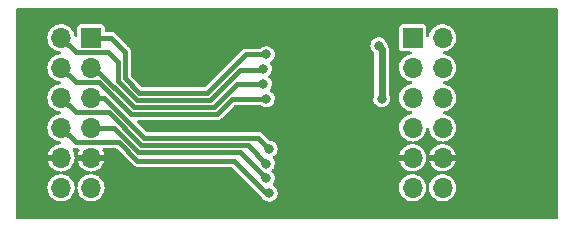
<source format=gbl>
%TF.GenerationSoftware,KiCad,Pcbnew,(6.0.5)*%
%TF.CreationDate,2024-06-23T18:03:47+02:00*%
%TF.ProjectId,pmod_level_shifter_8p,706d6f64-5f6c-4657-9665-6c5f73686966,rev?*%
%TF.SameCoordinates,Original*%
%TF.FileFunction,Copper,L2,Bot*%
%TF.FilePolarity,Positive*%
%FSLAX46Y46*%
G04 Gerber Fmt 4.6, Leading zero omitted, Abs format (unit mm)*
G04 Created by KiCad (PCBNEW (6.0.5)) date 2024-06-23 18:03:47*
%MOMM*%
%LPD*%
G01*
G04 APERTURE LIST*
%TA.AperFunction,ComponentPad*%
%ADD10R,1.700000X1.700000*%
%TD*%
%TA.AperFunction,ComponentPad*%
%ADD11O,1.700000X1.700000*%
%TD*%
%TA.AperFunction,ViaPad*%
%ADD12C,0.800000*%
%TD*%
%TA.AperFunction,Conductor*%
%ADD13C,0.600000*%
%TD*%
%TA.AperFunction,Conductor*%
%ADD14C,0.400000*%
%TD*%
G04 APERTURE END LIST*
D10*
%TO.P,PMOD1,1,IOA0*%
%TO.N,/LV1*%
X136650000Y-88830000D03*
D11*
%TO.P,PMOD1,2,IOA1*%
%TO.N,/LV3*%
X136650000Y-91370000D03*
%TO.P,PMOD1,3,IOA2*%
%TO.N,/LV5*%
X136650000Y-93910000D03*
%TO.P,PMOD1,4,IOA3*%
%TO.N,/LV7*%
X136650000Y-96450000D03*
%TO.P,PMOD1,5,GND*%
%TO.N,GND*%
X136650000Y-98990000D03*
%TO.P,PMOD1,6,VCC*%
%TO.N,+3V3*%
X136650000Y-101530000D03*
%TO.P,PMOD1,7,IOB0*%
%TO.N,/LV2*%
X134110000Y-88830000D03*
%TO.P,PMOD1,8,IOB1*%
%TO.N,/LV4*%
X134110000Y-91370000D03*
%TO.P,PMOD1,9,IOB2*%
%TO.N,/LV6*%
X134110000Y-93910000D03*
%TO.P,PMOD1,10,IOB3*%
%TO.N,/LV8*%
X134110000Y-96450000D03*
%TO.P,PMOD1,11,GND*%
%TO.N,GND*%
X134110000Y-98990000D03*
%TO.P,PMOD1,12,VCC*%
%TO.N,+3V3*%
X134110000Y-101530000D03*
%TD*%
D10*
%TO.P,J1,1,IOA0*%
%TO.N,/HV1*%
X163875000Y-88830000D03*
D11*
%TO.P,J1,2,IOA1*%
%TO.N,/HV3*%
X163875000Y-91370000D03*
%TO.P,J1,3,IOA2*%
%TO.N,/HV5*%
X163875000Y-93910000D03*
%TO.P,J1,4,IOA3*%
%TO.N,/HV7*%
X163875000Y-96450000D03*
%TO.P,J1,5,GND*%
%TO.N,GND*%
X163875000Y-98990000D03*
%TO.P,J1,6,VCC*%
%TO.N,+5V*%
X163875000Y-101530000D03*
%TO.P,J1,7,IOB0*%
%TO.N,/HV2*%
X166415000Y-88830000D03*
%TO.P,J1,8,IOB1*%
%TO.N,/HV4*%
X166415000Y-91370000D03*
%TO.P,J1,9,IOB2*%
%TO.N,/HV6*%
X166415000Y-93910000D03*
%TO.P,J1,10,IOB3*%
%TO.N,/HV8*%
X166415000Y-96450000D03*
%TO.P,J1,11,GND*%
%TO.N,GND*%
X166415000Y-98990000D03*
%TO.P,J1,12,VCC*%
%TO.N,+5V*%
X166415000Y-101530000D03*
%TD*%
D12*
%TO.N,GND*%
X155250000Y-102000000D03*
X172250000Y-87750000D03*
X156500000Y-97500000D03*
X149500000Y-102000000D03*
X156500000Y-89500000D03*
X147000000Y-102000000D03*
X152250000Y-95250000D03*
X172250000Y-102500000D03*
X139000000Y-87750000D03*
%TO.N,+5V*%
X161250000Y-94000000D03*
X161000000Y-89500000D03*
%TO.N,/LV1*%
X151500000Y-90250000D03*
%TO.N,/LV2*%
X151250000Y-91500000D03*
%TO.N,/LV3*%
X151250000Y-92750000D03*
%TO.N,/LV4*%
X151500000Y-94000000D03*
%TO.N,/LV5*%
X151750000Y-98250000D03*
%TO.N,/LV6*%
X151500000Y-99500000D03*
%TO.N,/LV7*%
X151500000Y-100750000D03*
%TO.N,/LV8*%
X151750000Y-102000000D03*
%TD*%
D13*
%TO.N,+5V*%
X161250000Y-94000000D02*
X161250000Y-89750000D01*
X161250000Y-89750000D02*
X161000000Y-89500000D01*
D14*
%TO.N,/LV1*%
X140750000Y-93500000D02*
X139500000Y-92250000D01*
X146500000Y-93500000D02*
X140750000Y-93500000D01*
X151500000Y-90250000D02*
X149750000Y-90250000D01*
X138330000Y-88830000D02*
X136650000Y-88830000D01*
X149750000Y-90250000D02*
X146500000Y-93500000D01*
X139500000Y-90000000D02*
X138330000Y-88830000D01*
X139500000Y-92250000D02*
X139500000Y-90000000D01*
%TO.N,/LV2*%
X138900480Y-90900480D02*
X138900480Y-92498330D01*
X135359511Y-90079511D02*
X138079511Y-90079511D01*
X149298925Y-91548925D02*
X151201075Y-91548925D01*
X140501670Y-94099520D02*
X146748329Y-94099520D01*
X146748329Y-94099520D02*
X149298925Y-91548925D01*
X151201075Y-91548925D02*
X151250000Y-91500000D01*
X138900480Y-92498330D02*
X140501670Y-94099520D01*
X138079511Y-90079511D02*
X138900480Y-90900480D01*
X134110000Y-88830000D02*
X135359511Y-90079511D01*
%TO.N,/LV3*%
X149000000Y-92750000D02*
X151250000Y-92750000D01*
X136924300Y-91370000D02*
X140253341Y-94699040D01*
X136650000Y-91370000D02*
X136924300Y-91370000D01*
X147050960Y-94699040D02*
X149000000Y-92750000D01*
X140253341Y-94699040D02*
X147050960Y-94699040D01*
%TO.N,/LV4*%
X135359511Y-92619511D02*
X137325961Y-92619511D01*
X140005012Y-95298560D02*
X147299289Y-95298560D01*
X148548925Y-94048925D02*
X151451075Y-94048925D01*
X134110000Y-91370000D02*
X135359511Y-92619511D01*
X137325961Y-92619511D02*
X140005012Y-95298560D01*
X147299289Y-95298560D02*
X148548925Y-94048925D01*
X151451075Y-94048925D02*
X151500000Y-94000000D01*
%TO.N,/LV5*%
X136650000Y-93910000D02*
X137768602Y-93910000D01*
X150800960Y-97300960D02*
X151750000Y-98250000D01*
X141159562Y-97300960D02*
X150800960Y-97300960D01*
X137768602Y-93910000D02*
X141159562Y-97300960D01*
%TO.N,/LV6*%
X134110000Y-93910000D02*
X135359511Y-95159511D01*
X135359511Y-95159511D02*
X138170263Y-95159511D01*
X149900480Y-97900480D02*
X151500000Y-99500000D01*
X138170263Y-95159511D02*
X140911232Y-97900480D01*
X140911232Y-97900480D02*
X149900480Y-97900480D01*
%TO.N,/LV7*%
X149250000Y-98500000D02*
X151500000Y-100750000D01*
X138612902Y-96450000D02*
X140662902Y-98500000D01*
X140662902Y-98500000D02*
X149250000Y-98500000D01*
X136650000Y-96450000D02*
X138612902Y-96450000D01*
%TO.N,/LV8*%
X134110000Y-96450000D02*
X135359511Y-97699511D01*
X151500000Y-102000000D02*
X151750000Y-102000000D01*
X139014563Y-97699511D02*
X140565052Y-99250000D01*
X135359511Y-97699511D02*
X139014563Y-97699511D01*
X140565052Y-99250000D02*
X148750000Y-99250000D01*
X148750000Y-99250000D02*
X151500000Y-102000000D01*
%TD*%
%TA.AperFunction,Conductor*%
%TO.N,GND*%
G36*
X176141621Y-86320502D02*
G01*
X176188114Y-86374158D01*
X176199500Y-86426500D01*
X176199500Y-104073500D01*
X176179498Y-104141621D01*
X176125842Y-104188114D01*
X176073500Y-104199500D01*
X130426500Y-104199500D01*
X130358379Y-104179498D01*
X130311886Y-104125842D01*
X130300500Y-104073500D01*
X130300500Y-101499754D01*
X132954967Y-101499754D01*
X132968796Y-101710749D01*
X132970217Y-101716345D01*
X132970218Y-101716350D01*
X132992784Y-101805200D01*
X133020845Y-101915690D01*
X133023262Y-101920933D01*
X133059692Y-101999955D01*
X133109369Y-102107714D01*
X133231405Y-102280391D01*
X133382865Y-102427937D01*
X133387661Y-102431142D01*
X133387664Y-102431144D01*
X133530936Y-102526875D01*
X133558677Y-102545411D01*
X133563985Y-102547692D01*
X133563986Y-102547692D01*
X133747650Y-102626600D01*
X133747653Y-102626601D01*
X133752953Y-102628878D01*
X133758582Y-102630152D01*
X133758583Y-102630152D01*
X133953550Y-102674269D01*
X133953553Y-102674269D01*
X133959186Y-102675544D01*
X133964957Y-102675771D01*
X133964959Y-102675771D01*
X134026989Y-102678208D01*
X134170470Y-102683846D01*
X134176179Y-102683018D01*
X134176183Y-102683018D01*
X134374015Y-102654333D01*
X134374019Y-102654332D01*
X134379730Y-102653504D01*
X134458987Y-102626600D01*
X134574483Y-102587395D01*
X134574488Y-102587393D01*
X134579955Y-102585537D01*
X134584998Y-102582713D01*
X134759395Y-102485046D01*
X134759399Y-102485043D01*
X134764442Y-102482219D01*
X134927012Y-102347012D01*
X135062219Y-102184442D01*
X135065043Y-102179399D01*
X135065046Y-102179395D01*
X135162713Y-102004998D01*
X135162714Y-102004996D01*
X135165537Y-101999955D01*
X135167393Y-101994488D01*
X135167395Y-101994483D01*
X135222658Y-101831680D01*
X135233504Y-101799730D01*
X135247242Y-101704982D01*
X135255090Y-101650860D01*
X135284660Y-101586315D01*
X135344432Y-101548003D01*
X135415429Y-101548087D01*
X135475109Y-101586542D01*
X135504525Y-101651158D01*
X135505515Y-101660695D01*
X135508796Y-101710749D01*
X135510217Y-101716345D01*
X135510218Y-101716350D01*
X135532784Y-101805200D01*
X135560845Y-101915690D01*
X135563262Y-101920933D01*
X135599692Y-101999955D01*
X135649369Y-102107714D01*
X135771405Y-102280391D01*
X135922865Y-102427937D01*
X135927661Y-102431142D01*
X135927664Y-102431144D01*
X136070936Y-102526875D01*
X136098677Y-102545411D01*
X136103985Y-102547692D01*
X136103986Y-102547692D01*
X136287650Y-102626600D01*
X136287653Y-102626601D01*
X136292953Y-102628878D01*
X136298582Y-102630152D01*
X136298583Y-102630152D01*
X136493550Y-102674269D01*
X136493553Y-102674269D01*
X136499186Y-102675544D01*
X136504957Y-102675771D01*
X136504959Y-102675771D01*
X136566989Y-102678208D01*
X136710470Y-102683846D01*
X136716179Y-102683018D01*
X136716183Y-102683018D01*
X136914015Y-102654333D01*
X136914019Y-102654332D01*
X136919730Y-102653504D01*
X136998987Y-102626600D01*
X137114483Y-102587395D01*
X137114488Y-102587393D01*
X137119955Y-102585537D01*
X137124998Y-102582713D01*
X137299395Y-102485046D01*
X137299399Y-102485043D01*
X137304442Y-102482219D01*
X137467012Y-102347012D01*
X137602219Y-102184442D01*
X137605043Y-102179399D01*
X137605046Y-102179395D01*
X137702713Y-102004998D01*
X137702714Y-102004996D01*
X137705537Y-101999955D01*
X137707393Y-101994488D01*
X137707395Y-101994483D01*
X137762658Y-101831680D01*
X137773504Y-101799730D01*
X137787243Y-101704981D01*
X137803314Y-101594140D01*
X137803314Y-101594138D01*
X137803846Y-101590470D01*
X137805429Y-101530000D01*
X137786081Y-101319440D01*
X137728686Y-101115931D01*
X137717553Y-101093354D01*
X137637719Y-100931469D01*
X137635165Y-100926290D01*
X137517608Y-100768862D01*
X137512104Y-100761491D01*
X137512103Y-100761490D01*
X137508651Y-100756867D01*
X137353381Y-100613337D01*
X137303208Y-100581680D01*
X137179434Y-100503584D01*
X137179433Y-100503584D01*
X137174554Y-100500505D01*
X136978160Y-100422152D01*
X136972500Y-100421026D01*
X136972496Y-100421025D01*
X136773764Y-100381495D01*
X136710854Y-100348587D01*
X136675722Y-100286892D01*
X136679522Y-100215998D01*
X136721048Y-100158412D01*
X136780265Y-100133220D01*
X136913898Y-100113844D01*
X136925081Y-100111160D01*
X137114283Y-100046934D01*
X137124786Y-100042258D01*
X137299124Y-99944625D01*
X137308596Y-99938115D01*
X137462219Y-99810348D01*
X137470348Y-99802219D01*
X137598115Y-99648596D01*
X137604625Y-99639124D01*
X137702258Y-99464786D01*
X137706934Y-99454283D01*
X137771160Y-99265078D01*
X137772396Y-99259933D01*
X137770694Y-99247993D01*
X137757126Y-99244000D01*
X135546030Y-99244000D01*
X135532499Y-99247973D01*
X135531207Y-99256962D01*
X135559897Y-99369928D01*
X135563735Y-99380766D01*
X135647386Y-99562218D01*
X135653137Y-99572179D01*
X135768455Y-99735350D01*
X135775921Y-99744092D01*
X135919047Y-99883520D01*
X135927981Y-99890754D01*
X136094112Y-100001760D01*
X136104225Y-100007251D01*
X136287805Y-100086123D01*
X136298738Y-100089675D01*
X136493615Y-100133771D01*
X136510753Y-100136027D01*
X136510480Y-100138100D01*
X136568986Y-100157816D01*
X136613326Y-100213264D01*
X136620650Y-100283882D01*
X136588633Y-100347249D01*
X136527439Y-100383247D01*
X136518081Y-100385224D01*
X136350953Y-100413941D01*
X136152575Y-100487127D01*
X136147614Y-100490079D01*
X136147613Y-100490079D01*
X136130089Y-100500505D01*
X135970856Y-100595238D01*
X135811881Y-100734655D01*
X135680976Y-100900708D01*
X135678287Y-100905819D01*
X135678285Y-100905822D01*
X135664792Y-100931469D01*
X135582523Y-101087836D01*
X135519820Y-101289773D01*
X135519141Y-101295510D01*
X135505088Y-101414239D01*
X135477217Y-101479537D01*
X135418469Y-101519401D01*
X135347494Y-101521174D01*
X135286828Y-101484295D01*
X135255730Y-101420471D01*
X135254490Y-101410958D01*
X135246610Y-101325197D01*
X135246081Y-101319440D01*
X135188686Y-101115931D01*
X135177553Y-101093354D01*
X135097719Y-100931469D01*
X135095165Y-100926290D01*
X134977608Y-100768862D01*
X134972104Y-100761491D01*
X134972103Y-100761490D01*
X134968651Y-100756867D01*
X134813381Y-100613337D01*
X134763208Y-100581680D01*
X134639434Y-100503584D01*
X134639433Y-100503584D01*
X134634554Y-100500505D01*
X134438160Y-100422152D01*
X134432500Y-100421026D01*
X134432496Y-100421025D01*
X134233764Y-100381495D01*
X134170854Y-100348587D01*
X134135722Y-100286892D01*
X134139522Y-100215998D01*
X134181048Y-100158412D01*
X134240265Y-100133220D01*
X134373898Y-100113844D01*
X134385081Y-100111160D01*
X134574283Y-100046934D01*
X134584786Y-100042258D01*
X134759124Y-99944625D01*
X134768596Y-99938115D01*
X134922219Y-99810348D01*
X134930348Y-99802219D01*
X135058115Y-99648596D01*
X135064625Y-99639124D01*
X135162258Y-99464786D01*
X135166934Y-99454283D01*
X135231160Y-99265081D01*
X135233845Y-99253898D01*
X135262811Y-99054118D01*
X135263441Y-99046736D01*
X135264830Y-98993704D01*
X135264587Y-98986305D01*
X135246117Y-98785285D01*
X135244020Y-98773971D01*
X135189785Y-98581670D01*
X135185663Y-98570931D01*
X135097292Y-98391733D01*
X135088262Y-98376997D01*
X135089584Y-98376187D01*
X135067413Y-98316538D01*
X135082583Y-98247181D01*
X135132841Y-98197035D01*
X135202233Y-98182022D01*
X135212479Y-98183190D01*
X135219065Y-98184215D01*
X135238835Y-98189401D01*
X135242527Y-98190213D01*
X135250930Y-98193363D01*
X135259875Y-98194028D01*
X135259885Y-98194030D01*
X135297339Y-98196813D01*
X135307366Y-98197963D01*
X135320520Y-98200011D01*
X135335714Y-98200011D01*
X135345052Y-98200357D01*
X135393902Y-98203987D01*
X135402678Y-98202114D01*
X135411635Y-98201503D01*
X135411635Y-98201509D01*
X135425828Y-98200011D01*
X135557422Y-98200011D01*
X135625543Y-98220013D01*
X135672036Y-98273669D01*
X135682140Y-98343943D01*
X135668930Y-98384678D01*
X135585679Y-98542912D01*
X135581273Y-98553549D01*
X135529993Y-98718698D01*
X135529774Y-98732799D01*
X135536506Y-98736000D01*
X137755196Y-98736000D01*
X137768727Y-98732027D01*
X137769896Y-98723893D01*
X137729785Y-98581670D01*
X137725663Y-98570931D01*
X137634737Y-98386552D01*
X137635787Y-98386034D01*
X137618823Y-98323304D01*
X137640284Y-98255629D01*
X137694926Y-98210299D01*
X137744794Y-98200011D01*
X138755059Y-98200011D01*
X138823180Y-98220013D01*
X138844154Y-98236916D01*
X140161518Y-99554280D01*
X140168984Y-99563624D01*
X140169374Y-99563292D01*
X140175192Y-99570128D01*
X140179982Y-99577720D01*
X140186710Y-99583662D01*
X140186711Y-99583663D01*
X140219652Y-99612755D01*
X140225340Y-99618102D01*
X140236559Y-99629321D01*
X140240147Y-99632010D01*
X140240148Y-99632011D01*
X140244736Y-99635450D01*
X140252575Y-99641832D01*
X140287440Y-99672623D01*
X140295558Y-99676434D01*
X140298711Y-99678506D01*
X140311732Y-99686329D01*
X140315041Y-99688141D01*
X140322228Y-99693527D01*
X140330633Y-99696678D01*
X140330635Y-99696679D01*
X140365789Y-99709857D01*
X140375109Y-99713784D01*
X140417215Y-99733553D01*
X140426087Y-99734934D01*
X140429710Y-99736042D01*
X140444369Y-99739888D01*
X140448066Y-99740701D01*
X140456472Y-99743852D01*
X140502895Y-99747302D01*
X140512908Y-99748452D01*
X140526061Y-99750500D01*
X140541256Y-99750500D01*
X140550594Y-99750846D01*
X140599444Y-99754476D01*
X140608220Y-99752603D01*
X140617177Y-99751992D01*
X140617177Y-99751998D01*
X140631370Y-99750500D01*
X148490496Y-99750500D01*
X148558617Y-99770502D01*
X148579591Y-99787405D01*
X151096466Y-102304280D01*
X151103932Y-102313624D01*
X151104322Y-102313292D01*
X151110140Y-102320128D01*
X151114930Y-102327720D01*
X151121659Y-102333663D01*
X151121660Y-102333664D01*
X151130547Y-102341513D01*
X151151720Y-102365677D01*
X151215830Y-102461083D01*
X151221442Y-102466190D01*
X151221445Y-102466193D01*
X151335612Y-102570077D01*
X151335616Y-102570080D01*
X151341233Y-102575191D01*
X151347906Y-102578814D01*
X151347910Y-102578817D01*
X151483558Y-102652467D01*
X151483560Y-102652468D01*
X151490235Y-102656092D01*
X151497584Y-102658020D01*
X151646883Y-102697188D01*
X151646885Y-102697188D01*
X151654233Y-102699116D01*
X151740609Y-102700473D01*
X151816161Y-102701660D01*
X151816164Y-102701660D01*
X151823760Y-102701779D01*
X151831165Y-102700083D01*
X151831166Y-102700083D01*
X151905676Y-102683018D01*
X151989029Y-102663928D01*
X152140498Y-102587747D01*
X152269423Y-102477634D01*
X152368361Y-102339947D01*
X152373276Y-102327720D01*
X152428766Y-102189687D01*
X152428767Y-102189685D01*
X152431601Y-102182634D01*
X152441592Y-102112430D01*
X152454909Y-102018862D01*
X152454909Y-102018859D01*
X152455490Y-102014778D01*
X152455645Y-102000000D01*
X152435276Y-101831680D01*
X152375345Y-101673077D01*
X152321093Y-101594140D01*
X152283614Y-101539608D01*
X152283613Y-101539607D01*
X152279312Y-101533349D01*
X152271406Y-101526305D01*
X152241606Y-101499754D01*
X162719967Y-101499754D01*
X162733796Y-101710749D01*
X162735217Y-101716345D01*
X162735218Y-101716350D01*
X162757784Y-101805200D01*
X162785845Y-101915690D01*
X162788262Y-101920933D01*
X162824692Y-101999955D01*
X162874369Y-102107714D01*
X162996405Y-102280391D01*
X163147865Y-102427937D01*
X163152661Y-102431142D01*
X163152664Y-102431144D01*
X163295936Y-102526875D01*
X163323677Y-102545411D01*
X163328985Y-102547692D01*
X163328986Y-102547692D01*
X163512650Y-102626600D01*
X163512653Y-102626601D01*
X163517953Y-102628878D01*
X163523582Y-102630152D01*
X163523583Y-102630152D01*
X163718550Y-102674269D01*
X163718553Y-102674269D01*
X163724186Y-102675544D01*
X163729957Y-102675771D01*
X163729959Y-102675771D01*
X163791989Y-102678208D01*
X163935470Y-102683846D01*
X163941179Y-102683018D01*
X163941183Y-102683018D01*
X164139015Y-102654333D01*
X164139019Y-102654332D01*
X164144730Y-102653504D01*
X164223987Y-102626600D01*
X164339483Y-102587395D01*
X164339488Y-102587393D01*
X164344955Y-102585537D01*
X164349998Y-102582713D01*
X164524395Y-102485046D01*
X164524399Y-102485043D01*
X164529442Y-102482219D01*
X164692012Y-102347012D01*
X164827219Y-102184442D01*
X164830043Y-102179399D01*
X164830046Y-102179395D01*
X164927713Y-102004998D01*
X164927714Y-102004996D01*
X164930537Y-101999955D01*
X164932393Y-101994488D01*
X164932395Y-101994483D01*
X164987658Y-101831680D01*
X164998504Y-101799730D01*
X165012242Y-101704982D01*
X165020090Y-101650860D01*
X165049660Y-101586315D01*
X165109432Y-101548003D01*
X165180429Y-101548087D01*
X165240109Y-101586542D01*
X165269525Y-101651158D01*
X165270515Y-101660695D01*
X165273796Y-101710749D01*
X165275217Y-101716345D01*
X165275218Y-101716350D01*
X165297784Y-101805200D01*
X165325845Y-101915690D01*
X165328262Y-101920933D01*
X165364692Y-101999955D01*
X165414369Y-102107714D01*
X165536405Y-102280391D01*
X165687865Y-102427937D01*
X165692661Y-102431142D01*
X165692664Y-102431144D01*
X165835936Y-102526875D01*
X165863677Y-102545411D01*
X165868985Y-102547692D01*
X165868986Y-102547692D01*
X166052650Y-102626600D01*
X166052653Y-102626601D01*
X166057953Y-102628878D01*
X166063582Y-102630152D01*
X166063583Y-102630152D01*
X166258550Y-102674269D01*
X166258553Y-102674269D01*
X166264186Y-102675544D01*
X166269957Y-102675771D01*
X166269959Y-102675771D01*
X166331989Y-102678208D01*
X166475470Y-102683846D01*
X166481179Y-102683018D01*
X166481183Y-102683018D01*
X166679015Y-102654333D01*
X166679019Y-102654332D01*
X166684730Y-102653504D01*
X166763987Y-102626600D01*
X166879483Y-102587395D01*
X166879488Y-102587393D01*
X166884955Y-102585537D01*
X166889998Y-102582713D01*
X167064395Y-102485046D01*
X167064399Y-102485043D01*
X167069442Y-102482219D01*
X167232012Y-102347012D01*
X167367219Y-102184442D01*
X167370043Y-102179399D01*
X167370046Y-102179395D01*
X167467713Y-102004998D01*
X167467714Y-102004996D01*
X167470537Y-101999955D01*
X167472393Y-101994488D01*
X167472395Y-101994483D01*
X167527658Y-101831680D01*
X167538504Y-101799730D01*
X167552243Y-101704981D01*
X167568314Y-101594140D01*
X167568314Y-101594138D01*
X167568846Y-101590470D01*
X167570429Y-101530000D01*
X167551081Y-101319440D01*
X167493686Y-101115931D01*
X167482553Y-101093354D01*
X167402719Y-100931469D01*
X167400165Y-100926290D01*
X167282608Y-100768862D01*
X167277104Y-100761491D01*
X167277103Y-100761490D01*
X167273651Y-100756867D01*
X167118381Y-100613337D01*
X167068208Y-100581680D01*
X166944434Y-100503584D01*
X166944433Y-100503584D01*
X166939554Y-100500505D01*
X166743160Y-100422152D01*
X166737500Y-100421026D01*
X166737496Y-100421025D01*
X166538764Y-100381495D01*
X166475854Y-100348587D01*
X166440722Y-100286892D01*
X166444522Y-100215998D01*
X166486048Y-100158412D01*
X166545265Y-100133220D01*
X166678898Y-100113844D01*
X166690081Y-100111160D01*
X166879283Y-100046934D01*
X166889786Y-100042258D01*
X167064124Y-99944625D01*
X167073596Y-99938115D01*
X167227219Y-99810348D01*
X167235348Y-99802219D01*
X167363115Y-99648596D01*
X167369625Y-99639124D01*
X167467258Y-99464786D01*
X167471934Y-99454283D01*
X167536160Y-99265078D01*
X167537396Y-99259933D01*
X167535694Y-99247993D01*
X167522126Y-99244000D01*
X165311030Y-99244000D01*
X165297499Y-99247973D01*
X165296207Y-99256962D01*
X165324897Y-99369928D01*
X165328735Y-99380766D01*
X165412386Y-99562218D01*
X165418137Y-99572179D01*
X165533455Y-99735350D01*
X165540921Y-99744092D01*
X165684047Y-99883520D01*
X165692981Y-99890754D01*
X165859112Y-100001760D01*
X165869225Y-100007251D01*
X166052805Y-100086123D01*
X166063738Y-100089675D01*
X166258615Y-100133771D01*
X166275753Y-100136027D01*
X166275480Y-100138100D01*
X166333986Y-100157816D01*
X166378326Y-100213264D01*
X166385650Y-100283882D01*
X166353633Y-100347249D01*
X166292439Y-100383247D01*
X166283081Y-100385224D01*
X166115953Y-100413941D01*
X165917575Y-100487127D01*
X165912614Y-100490079D01*
X165912613Y-100490079D01*
X165895089Y-100500505D01*
X165735856Y-100595238D01*
X165576881Y-100734655D01*
X165445976Y-100900708D01*
X165443287Y-100905819D01*
X165443285Y-100905822D01*
X165429792Y-100931469D01*
X165347523Y-101087836D01*
X165284820Y-101289773D01*
X165284141Y-101295510D01*
X165270088Y-101414239D01*
X165242217Y-101479537D01*
X165183469Y-101519401D01*
X165112494Y-101521174D01*
X165051828Y-101484295D01*
X165020730Y-101420471D01*
X165019490Y-101410958D01*
X165011610Y-101325197D01*
X165011081Y-101319440D01*
X164953686Y-101115931D01*
X164942553Y-101093354D01*
X164862719Y-100931469D01*
X164860165Y-100926290D01*
X164742608Y-100768862D01*
X164737104Y-100761491D01*
X164737103Y-100761490D01*
X164733651Y-100756867D01*
X164578381Y-100613337D01*
X164528208Y-100581680D01*
X164404434Y-100503584D01*
X164404433Y-100503584D01*
X164399554Y-100500505D01*
X164203160Y-100422152D01*
X164197500Y-100421026D01*
X164197496Y-100421025D01*
X163998764Y-100381495D01*
X163935854Y-100348587D01*
X163900722Y-100286892D01*
X163904522Y-100215998D01*
X163946048Y-100158412D01*
X164005265Y-100133220D01*
X164138898Y-100113844D01*
X164150081Y-100111160D01*
X164339283Y-100046934D01*
X164349786Y-100042258D01*
X164524124Y-99944625D01*
X164533596Y-99938115D01*
X164687219Y-99810348D01*
X164695348Y-99802219D01*
X164823115Y-99648596D01*
X164829625Y-99639124D01*
X164927258Y-99464786D01*
X164931934Y-99454283D01*
X164996160Y-99265081D01*
X164998845Y-99253898D01*
X165027811Y-99054118D01*
X165028441Y-99046736D01*
X165029830Y-98993704D01*
X165029587Y-98986305D01*
X165011117Y-98785285D01*
X165009020Y-98773971D01*
X164954785Y-98581670D01*
X164950663Y-98570931D01*
X164862292Y-98391733D01*
X164856282Y-98381925D01*
X164736731Y-98221827D01*
X164729041Y-98213287D01*
X164582315Y-98077654D01*
X164573190Y-98070653D01*
X164404209Y-97964034D01*
X164393965Y-97958814D01*
X164208385Y-97884775D01*
X164197347Y-97881505D01*
X163998753Y-97842003D01*
X163935843Y-97809096D01*
X163900711Y-97747401D01*
X163904511Y-97676506D01*
X163946036Y-97618920D01*
X164005253Y-97593728D01*
X164139015Y-97574333D01*
X164139019Y-97574332D01*
X164144730Y-97573504D01*
X164213523Y-97550152D01*
X164339483Y-97507395D01*
X164339488Y-97507393D01*
X164344955Y-97505537D01*
X164349998Y-97502713D01*
X164524395Y-97405046D01*
X164524399Y-97405043D01*
X164529442Y-97402219D01*
X164692012Y-97267012D01*
X164827219Y-97104442D01*
X164830043Y-97099399D01*
X164830046Y-97099395D01*
X164927713Y-96924998D01*
X164927714Y-96924996D01*
X164930537Y-96919955D01*
X164932393Y-96914488D01*
X164932395Y-96914483D01*
X164983627Y-96763555D01*
X164998504Y-96719730D01*
X165012242Y-96624982D01*
X165020090Y-96570860D01*
X165049660Y-96506315D01*
X165109432Y-96468003D01*
X165180429Y-96468087D01*
X165240109Y-96506542D01*
X165269525Y-96571158D01*
X165270515Y-96580695D01*
X165273796Y-96630749D01*
X165275217Y-96636345D01*
X165275218Y-96636350D01*
X165320405Y-96814269D01*
X165325845Y-96835690D01*
X165414369Y-97027714D01*
X165536405Y-97200391D01*
X165687865Y-97347937D01*
X165692661Y-97351142D01*
X165692664Y-97351144D01*
X165835936Y-97446875D01*
X165863677Y-97465411D01*
X165868985Y-97467692D01*
X165868986Y-97467692D01*
X166052650Y-97546600D01*
X166052653Y-97546601D01*
X166057953Y-97548878D01*
X166063582Y-97550152D01*
X166063583Y-97550152D01*
X166258550Y-97594269D01*
X166258553Y-97594269D01*
X166264186Y-97595544D01*
X166269958Y-97595771D01*
X166275687Y-97596525D01*
X166275417Y-97598578D01*
X166333983Y-97618295D01*
X166378341Y-97673729D01*
X166385687Y-97744344D01*
X166353690Y-97807722D01*
X166292507Y-97843739D01*
X166283105Y-97845726D01*
X166121780Y-97873447D01*
X166110660Y-97876427D01*
X165923207Y-97945582D01*
X165912829Y-97950532D01*
X165741119Y-98052688D01*
X165731807Y-98059453D01*
X165581587Y-98191194D01*
X165573670Y-98199537D01*
X165449975Y-98356443D01*
X165443704Y-98366100D01*
X165350679Y-98542912D01*
X165346273Y-98553549D01*
X165294993Y-98718698D01*
X165294774Y-98732799D01*
X165301506Y-98736000D01*
X167520196Y-98736000D01*
X167533727Y-98732027D01*
X167534896Y-98723893D01*
X167494785Y-98581670D01*
X167490663Y-98570931D01*
X167402292Y-98391733D01*
X167396282Y-98381925D01*
X167276731Y-98221827D01*
X167269041Y-98213287D01*
X167122315Y-98077654D01*
X167113190Y-98070653D01*
X166944209Y-97964034D01*
X166933965Y-97958814D01*
X166748385Y-97884775D01*
X166737347Y-97881505D01*
X166538753Y-97842003D01*
X166475843Y-97809096D01*
X166440711Y-97747401D01*
X166444511Y-97676506D01*
X166486036Y-97618920D01*
X166545253Y-97593728D01*
X166679015Y-97574333D01*
X166679019Y-97574332D01*
X166684730Y-97573504D01*
X166753523Y-97550152D01*
X166879483Y-97507395D01*
X166879488Y-97507393D01*
X166884955Y-97505537D01*
X166889998Y-97502713D01*
X167064395Y-97405046D01*
X167064399Y-97405043D01*
X167069442Y-97402219D01*
X167232012Y-97267012D01*
X167367219Y-97104442D01*
X167370043Y-97099399D01*
X167370046Y-97099395D01*
X167467713Y-96924998D01*
X167467714Y-96924996D01*
X167470537Y-96919955D01*
X167472393Y-96914488D01*
X167472395Y-96914483D01*
X167523627Y-96763555D01*
X167538504Y-96719730D01*
X167552243Y-96624981D01*
X167568314Y-96514140D01*
X167568314Y-96514138D01*
X167568846Y-96510470D01*
X167570429Y-96450000D01*
X167551081Y-96239440D01*
X167493686Y-96035931D01*
X167482948Y-96014155D01*
X167402719Y-95851469D01*
X167400165Y-95846290D01*
X167316067Y-95733669D01*
X167277104Y-95681491D01*
X167277103Y-95681490D01*
X167273651Y-95676867D01*
X167134234Y-95547991D01*
X167122622Y-95537257D01*
X167122620Y-95537255D01*
X167118381Y-95533337D01*
X167113498Y-95530256D01*
X166944434Y-95423584D01*
X166944433Y-95423584D01*
X166939554Y-95420505D01*
X166743160Y-95342152D01*
X166737503Y-95341027D01*
X166737497Y-95341025D01*
X166540234Y-95301788D01*
X166477324Y-95268881D01*
X166442192Y-95207186D01*
X166445992Y-95136291D01*
X166487517Y-95078705D01*
X166546734Y-95053513D01*
X166679015Y-95034333D01*
X166679019Y-95034332D01*
X166684730Y-95033504D01*
X166763987Y-95006600D01*
X166879483Y-94967395D01*
X166879488Y-94967393D01*
X166884955Y-94965537D01*
X166889998Y-94962713D01*
X167064395Y-94865046D01*
X167064399Y-94865043D01*
X167069442Y-94862219D01*
X167232012Y-94727012D01*
X167367219Y-94564442D01*
X167370043Y-94559399D01*
X167370046Y-94559395D01*
X167467713Y-94384998D01*
X167467714Y-94384996D01*
X167470537Y-94379955D01*
X167472393Y-94374488D01*
X167472395Y-94374483D01*
X167519173Y-94236676D01*
X167538504Y-94179730D01*
X167540167Y-94168266D01*
X167568314Y-93974140D01*
X167568314Y-93974138D01*
X167568846Y-93970470D01*
X167570429Y-93910000D01*
X167551081Y-93699440D01*
X167493686Y-93495931D01*
X167482553Y-93473354D01*
X167402719Y-93311469D01*
X167400165Y-93306290D01*
X167273651Y-93136867D01*
X167125048Y-92999500D01*
X167122622Y-92997257D01*
X167122620Y-92997255D01*
X167118381Y-92993337D01*
X167113498Y-92990256D01*
X166944434Y-92883584D01*
X166944433Y-92883584D01*
X166939554Y-92880505D01*
X166743160Y-92802152D01*
X166737503Y-92801027D01*
X166737497Y-92801025D01*
X166540234Y-92761788D01*
X166477324Y-92728881D01*
X166442192Y-92667186D01*
X166445992Y-92596291D01*
X166487517Y-92538705D01*
X166546734Y-92513513D01*
X166679015Y-92494333D01*
X166679019Y-92494332D01*
X166684730Y-92493504D01*
X166763987Y-92466600D01*
X166879483Y-92427395D01*
X166879488Y-92427393D01*
X166884955Y-92425537D01*
X166900522Y-92416819D01*
X167064395Y-92325046D01*
X167064399Y-92325043D01*
X167069442Y-92322219D01*
X167232012Y-92187012D01*
X167367219Y-92024442D01*
X167370043Y-92019399D01*
X167370046Y-92019395D01*
X167467713Y-91844998D01*
X167467714Y-91844996D01*
X167470537Y-91839955D01*
X167472393Y-91834488D01*
X167472395Y-91834483D01*
X167526495Y-91675108D01*
X167538504Y-91639730D01*
X167552243Y-91544981D01*
X167568314Y-91434140D01*
X167568314Y-91434138D01*
X167568846Y-91430470D01*
X167570429Y-91370000D01*
X167551081Y-91159440D01*
X167493686Y-90955931D01*
X167482553Y-90933354D01*
X167402719Y-90771469D01*
X167400165Y-90766290D01*
X167273651Y-90596867D01*
X167134234Y-90467991D01*
X167122622Y-90457257D01*
X167122620Y-90457255D01*
X167118381Y-90453337D01*
X167113498Y-90450256D01*
X166944434Y-90343584D01*
X166944433Y-90343584D01*
X166939554Y-90340505D01*
X166743160Y-90262152D01*
X166737503Y-90261027D01*
X166737497Y-90261025D01*
X166540234Y-90221788D01*
X166477324Y-90188881D01*
X166442192Y-90127186D01*
X166445992Y-90056291D01*
X166487517Y-89998705D01*
X166546734Y-89973513D01*
X166679015Y-89954333D01*
X166679019Y-89954332D01*
X166684730Y-89953504D01*
X166771579Y-89924023D01*
X166879483Y-89887395D01*
X166879488Y-89887393D01*
X166884955Y-89885537D01*
X166889998Y-89882713D01*
X167064395Y-89785046D01*
X167064399Y-89785043D01*
X167069442Y-89782219D01*
X167232012Y-89647012D01*
X167367219Y-89484442D01*
X167370043Y-89479399D01*
X167370046Y-89479395D01*
X167467713Y-89304998D01*
X167467714Y-89304996D01*
X167470537Y-89299955D01*
X167472393Y-89294488D01*
X167472395Y-89294483D01*
X167519173Y-89156676D01*
X167538504Y-89099730D01*
X167547222Y-89039608D01*
X167568314Y-88894140D01*
X167568314Y-88894138D01*
X167568846Y-88890470D01*
X167570429Y-88830000D01*
X167551081Y-88619440D01*
X167493686Y-88415931D01*
X167486566Y-88401492D01*
X167402719Y-88231469D01*
X167400165Y-88226290D01*
X167273651Y-88056867D01*
X167146236Y-87939086D01*
X167122622Y-87917257D01*
X167122620Y-87917255D01*
X167118381Y-87913337D01*
X167085014Y-87892284D01*
X166944434Y-87803584D01*
X166944433Y-87803584D01*
X166939554Y-87800505D01*
X166743160Y-87722152D01*
X166737503Y-87721027D01*
X166737497Y-87721025D01*
X166541442Y-87682028D01*
X166541440Y-87682028D01*
X166535775Y-87680901D01*
X166530000Y-87680825D01*
X166529996Y-87680825D01*
X166423976Y-87679437D01*
X166324346Y-87678133D01*
X166318649Y-87679112D01*
X166318648Y-87679112D01*
X166121650Y-87712962D01*
X166121649Y-87712962D01*
X166115953Y-87713941D01*
X165917575Y-87787127D01*
X165912614Y-87790079D01*
X165912613Y-87790079D01*
X165866553Y-87817482D01*
X165735856Y-87895238D01*
X165576881Y-88034655D01*
X165445976Y-88200708D01*
X165443287Y-88205819D01*
X165443285Y-88205822D01*
X165393400Y-88300638D01*
X165347523Y-88387836D01*
X165284820Y-88589773D01*
X165284141Y-88595510D01*
X165276627Y-88658995D01*
X165248756Y-88724292D01*
X165190008Y-88764156D01*
X165119034Y-88765930D01*
X165058367Y-88729051D01*
X165027269Y-88665227D01*
X165025500Y-88644185D01*
X165025500Y-87935354D01*
X165022382Y-87909154D01*
X164976939Y-87806847D01*
X164968444Y-87798366D01*
X164905945Y-87735977D01*
X164897713Y-87727759D01*
X164887076Y-87723056D01*
X164887074Y-87723055D01*
X164827538Y-87696735D01*
X164795327Y-87682494D01*
X164769646Y-87679500D01*
X162980354Y-87679500D01*
X162976650Y-87679941D01*
X162976647Y-87679941D01*
X162969254Y-87680821D01*
X162954154Y-87682618D01*
X162945514Y-87686456D01*
X162945513Y-87686456D01*
X162879131Y-87715942D01*
X162851847Y-87728061D01*
X162772759Y-87807287D01*
X162727494Y-87909673D01*
X162724500Y-87935354D01*
X162724500Y-89724646D01*
X162727618Y-89750846D01*
X162731456Y-89759486D01*
X162731456Y-89759487D01*
X162754393Y-89811125D01*
X162773061Y-89853153D01*
X162781294Y-89861372D01*
X162781295Y-89861373D01*
X162805588Y-89885623D01*
X162852287Y-89932241D01*
X162862924Y-89936944D01*
X162862926Y-89936945D01*
X162900382Y-89953504D01*
X162954673Y-89977506D01*
X162980354Y-89980500D01*
X163689988Y-89980500D01*
X163758109Y-90000502D01*
X163804602Y-90054158D01*
X163814706Y-90124432D01*
X163785212Y-90189012D01*
X163725486Y-90227396D01*
X163711326Y-90230680D01*
X163581650Y-90252962D01*
X163581649Y-90252962D01*
X163575953Y-90253941D01*
X163377575Y-90327127D01*
X163372614Y-90330079D01*
X163372613Y-90330079D01*
X163355089Y-90340505D01*
X163195856Y-90435238D01*
X163036881Y-90574655D01*
X162905976Y-90740708D01*
X162903287Y-90745819D01*
X162903285Y-90745822D01*
X162889792Y-90771469D01*
X162807523Y-90927836D01*
X162744820Y-91129773D01*
X162719967Y-91339754D01*
X162733796Y-91550749D01*
X162735217Y-91556345D01*
X162735218Y-91556350D01*
X162767291Y-91682634D01*
X162785845Y-91755690D01*
X162874369Y-91947714D01*
X162996405Y-92120391D01*
X163147865Y-92267937D01*
X163152661Y-92271142D01*
X163152664Y-92271144D01*
X163295936Y-92366875D01*
X163323677Y-92385411D01*
X163328985Y-92387692D01*
X163328986Y-92387692D01*
X163512650Y-92466600D01*
X163512653Y-92466601D01*
X163517953Y-92468878D01*
X163523582Y-92470152D01*
X163523583Y-92470152D01*
X163718550Y-92514269D01*
X163718553Y-92514269D01*
X163724186Y-92515544D01*
X163729958Y-92515771D01*
X163735687Y-92516525D01*
X163735327Y-92519257D01*
X163791604Y-92538216D01*
X163835950Y-92593659D01*
X163843282Y-92664276D01*
X163811271Y-92727647D01*
X163750081Y-92763651D01*
X163740704Y-92765632D01*
X163581650Y-92792962D01*
X163581649Y-92792962D01*
X163575953Y-92793941D01*
X163377575Y-92867127D01*
X163372614Y-92870079D01*
X163372613Y-92870079D01*
X163355089Y-92880505D01*
X163195856Y-92975238D01*
X163036881Y-93114655D01*
X162905976Y-93280708D01*
X162903287Y-93285819D01*
X162903285Y-93285822D01*
X162889792Y-93311469D01*
X162807523Y-93467836D01*
X162744820Y-93669773D01*
X162719967Y-93879754D01*
X162733796Y-94090749D01*
X162735217Y-94096345D01*
X162735218Y-94096350D01*
X162757132Y-94182634D01*
X162785845Y-94295690D01*
X162874369Y-94487714D01*
X162996405Y-94660391D01*
X163147865Y-94807937D01*
X163152661Y-94811142D01*
X163152664Y-94811144D01*
X163295936Y-94906875D01*
X163323677Y-94925411D01*
X163328985Y-94927692D01*
X163328986Y-94927692D01*
X163512650Y-95006600D01*
X163512653Y-95006601D01*
X163517953Y-95008878D01*
X163523582Y-95010152D01*
X163523583Y-95010152D01*
X163718550Y-95054269D01*
X163718553Y-95054269D01*
X163724186Y-95055544D01*
X163729958Y-95055771D01*
X163735687Y-95056525D01*
X163735327Y-95059257D01*
X163791604Y-95078216D01*
X163835950Y-95133659D01*
X163843282Y-95204276D01*
X163811271Y-95267647D01*
X163750081Y-95303651D01*
X163740704Y-95305632D01*
X163581650Y-95332962D01*
X163581649Y-95332962D01*
X163575953Y-95333941D01*
X163377575Y-95407127D01*
X163372614Y-95410079D01*
X163372613Y-95410079D01*
X163355089Y-95420505D01*
X163195856Y-95515238D01*
X163036881Y-95654655D01*
X162905976Y-95820708D01*
X162903287Y-95825819D01*
X162903285Y-95825822D01*
X162874240Y-95881028D01*
X162807523Y-96007836D01*
X162744820Y-96209773D01*
X162719967Y-96419754D01*
X162733796Y-96630749D01*
X162735217Y-96636345D01*
X162735218Y-96636350D01*
X162780405Y-96814269D01*
X162785845Y-96835690D01*
X162874369Y-97027714D01*
X162996405Y-97200391D01*
X163147865Y-97347937D01*
X163152661Y-97351142D01*
X163152664Y-97351144D01*
X163295936Y-97446875D01*
X163323677Y-97465411D01*
X163328985Y-97467692D01*
X163328986Y-97467692D01*
X163512650Y-97546600D01*
X163512653Y-97546601D01*
X163517953Y-97548878D01*
X163523582Y-97550152D01*
X163523583Y-97550152D01*
X163718550Y-97594269D01*
X163718553Y-97594269D01*
X163724186Y-97595544D01*
X163729958Y-97595771D01*
X163735687Y-97596525D01*
X163735417Y-97598578D01*
X163793983Y-97618295D01*
X163838341Y-97673729D01*
X163845687Y-97744344D01*
X163813690Y-97807722D01*
X163752507Y-97843739D01*
X163743105Y-97845726D01*
X163581780Y-97873447D01*
X163570660Y-97876427D01*
X163383207Y-97945582D01*
X163372829Y-97950532D01*
X163201119Y-98052688D01*
X163191807Y-98059453D01*
X163041587Y-98191194D01*
X163033670Y-98199537D01*
X162909975Y-98356443D01*
X162903704Y-98366100D01*
X162810679Y-98542912D01*
X162806273Y-98553549D01*
X162754993Y-98718698D01*
X162754774Y-98732799D01*
X162761506Y-98736000D01*
X164003000Y-98736000D01*
X164071121Y-98756002D01*
X164117614Y-98809658D01*
X164129000Y-98862000D01*
X164129000Y-99118000D01*
X164108998Y-99186121D01*
X164055342Y-99232614D01*
X164003000Y-99244000D01*
X162771030Y-99244000D01*
X162757499Y-99247973D01*
X162756207Y-99256962D01*
X162784897Y-99369928D01*
X162788735Y-99380766D01*
X162872386Y-99562218D01*
X162878137Y-99572179D01*
X162993455Y-99735350D01*
X163000921Y-99744092D01*
X163144047Y-99883520D01*
X163152981Y-99890754D01*
X163319112Y-100001760D01*
X163329225Y-100007251D01*
X163512805Y-100086123D01*
X163523738Y-100089675D01*
X163718615Y-100133771D01*
X163735753Y-100136027D01*
X163735480Y-100138100D01*
X163793986Y-100157816D01*
X163838326Y-100213264D01*
X163845650Y-100283882D01*
X163813633Y-100347249D01*
X163752439Y-100383247D01*
X163743081Y-100385224D01*
X163575953Y-100413941D01*
X163377575Y-100487127D01*
X163372614Y-100490079D01*
X163372613Y-100490079D01*
X163355089Y-100500505D01*
X163195856Y-100595238D01*
X163036881Y-100734655D01*
X162905976Y-100900708D01*
X162903287Y-100905819D01*
X162903285Y-100905822D01*
X162889792Y-100931469D01*
X162807523Y-101087836D01*
X162744820Y-101289773D01*
X162719967Y-101499754D01*
X152241606Y-101499754D01*
X152158392Y-101425612D01*
X152158388Y-101425610D01*
X152152721Y-101420560D01*
X152146011Y-101417007D01*
X152146005Y-101417003D01*
X152083386Y-101383848D01*
X152032543Y-101334296D01*
X152016561Y-101265121D01*
X152040022Y-101198968D01*
X152095691Y-101121496D01*
X152118361Y-101089947D01*
X152181601Y-100932634D01*
X152205490Y-100764778D01*
X152205645Y-100750000D01*
X152185276Y-100581680D01*
X152125345Y-100423077D01*
X152099330Y-100385225D01*
X152033614Y-100289608D01*
X152033613Y-100289607D01*
X152029312Y-100283349D01*
X151957122Y-100219030D01*
X151919568Y-100158782D01*
X151920548Y-100087792D01*
X151959112Y-100029145D01*
X152013651Y-99982564D01*
X152013652Y-99982563D01*
X152019423Y-99977634D01*
X152118361Y-99839947D01*
X152146278Y-99770502D01*
X152178766Y-99689687D01*
X152178767Y-99689685D01*
X152181601Y-99682634D01*
X152198586Y-99563292D01*
X152204909Y-99518862D01*
X152204909Y-99518859D01*
X152205490Y-99514778D01*
X152205645Y-99500000D01*
X152185276Y-99331680D01*
X152125345Y-99173077D01*
X152039780Y-99048580D01*
X152017681Y-98981113D01*
X152035566Y-98912406D01*
X152087007Y-98864650D01*
X152133715Y-98841159D01*
X152133718Y-98841157D01*
X152140498Y-98837747D01*
X152269423Y-98727634D01*
X152368361Y-98589947D01*
X152371688Y-98581670D01*
X152428766Y-98439687D01*
X152428767Y-98439685D01*
X152431601Y-98432634D01*
X152455490Y-98264778D01*
X152455645Y-98250000D01*
X152435276Y-98081680D01*
X152375345Y-97923077D01*
X152371044Y-97916819D01*
X152283614Y-97789608D01*
X152283613Y-97789607D01*
X152279312Y-97783349D01*
X152270229Y-97775256D01*
X152158392Y-97675612D01*
X152158388Y-97675610D01*
X152152721Y-97670560D01*
X152002881Y-97591224D01*
X151838441Y-97549919D01*
X151830843Y-97549879D01*
X151830841Y-97549879D01*
X151809109Y-97549765D01*
X151741095Y-97529406D01*
X151720676Y-97512862D01*
X151204494Y-96996680D01*
X151197028Y-96987336D01*
X151196638Y-96987668D01*
X151190820Y-96980832D01*
X151186030Y-96973240D01*
X151146359Y-96938204D01*
X151140672Y-96932858D01*
X151129454Y-96921640D01*
X151125865Y-96918950D01*
X151121276Y-96915510D01*
X151113437Y-96909128D01*
X151085299Y-96884278D01*
X151078572Y-96878337D01*
X151070449Y-96874523D01*
X151067296Y-96872452D01*
X151054284Y-96864633D01*
X151050965Y-96862816D01*
X151043784Y-96857434D01*
X151000221Y-96841103D01*
X150990907Y-96837177D01*
X150956926Y-96821223D01*
X150956923Y-96821222D01*
X150948797Y-96817407D01*
X150939923Y-96816025D01*
X150936310Y-96814921D01*
X150921653Y-96811075D01*
X150917950Y-96810261D01*
X150909540Y-96807108D01*
X150863117Y-96803658D01*
X150853104Y-96802508D01*
X150839951Y-96800460D01*
X150824756Y-96800460D01*
X150815419Y-96800114D01*
X150799996Y-96798968D01*
X150766568Y-96796484D01*
X150757792Y-96798357D01*
X150748835Y-96798968D01*
X150748835Y-96798962D01*
X150734642Y-96800460D01*
X141419066Y-96800460D01*
X141350945Y-96780458D01*
X141329971Y-96763555D01*
X140580571Y-96014155D01*
X140546545Y-95951843D01*
X140551610Y-95881028D01*
X140594157Y-95824192D01*
X140660677Y-95799381D01*
X140669666Y-95799060D01*
X147229108Y-95799060D01*
X147240993Y-95800388D01*
X147241034Y-95799878D01*
X147249980Y-95800598D01*
X147258736Y-95802579D01*
X147302269Y-95799878D01*
X147311553Y-95799302D01*
X147319356Y-95799060D01*
X147335229Y-95799060D01*
X147345341Y-95797612D01*
X147355395Y-95796582D01*
X147383386Y-95794845D01*
X147401827Y-95793701D01*
X147410271Y-95790653D01*
X147413983Y-95789884D01*
X147428688Y-95786217D01*
X147432316Y-95785156D01*
X147441207Y-95783883D01*
X147483571Y-95764621D01*
X147492926Y-95760814D01*
X147528232Y-95748069D01*
X147528236Y-95748067D01*
X147536676Y-95745020D01*
X147543924Y-95739725D01*
X147547264Y-95737949D01*
X147560378Y-95730286D01*
X147563550Y-95728257D01*
X147571717Y-95724544D01*
X147578512Y-95718689D01*
X147578515Y-95718687D01*
X147606964Y-95694173D01*
X147614885Y-95687884D01*
X147621691Y-95682912D01*
X147625625Y-95680038D01*
X147636368Y-95669295D01*
X147643215Y-95662937D01*
X147654326Y-95653363D01*
X147680326Y-95630960D01*
X147685209Y-95623426D01*
X147691108Y-95616664D01*
X147691113Y-95616668D01*
X147700089Y-95605574D01*
X148719334Y-94586330D01*
X148781646Y-94552304D01*
X148808429Y-94549425D01*
X151016341Y-94549425D01*
X151088079Y-94572321D01*
X151091233Y-94575191D01*
X151120643Y-94591159D01*
X151233558Y-94652467D01*
X151233560Y-94652468D01*
X151240235Y-94656092D01*
X151247584Y-94658020D01*
X151396883Y-94697188D01*
X151396885Y-94697188D01*
X151404233Y-94699116D01*
X151490609Y-94700473D01*
X151566161Y-94701660D01*
X151566164Y-94701660D01*
X151573760Y-94701779D01*
X151581165Y-94700083D01*
X151581166Y-94700083D01*
X151641586Y-94686245D01*
X151739029Y-94663928D01*
X151890498Y-94587747D01*
X152019423Y-94477634D01*
X152118361Y-94339947D01*
X152127223Y-94317903D01*
X152178766Y-94189687D01*
X152178767Y-94189685D01*
X152181601Y-94182634D01*
X152205490Y-94014778D01*
X152205645Y-94000000D01*
X152203840Y-93985080D01*
X152201004Y-93961653D01*
X152185276Y-93831680D01*
X152125345Y-93673077D01*
X152119282Y-93664256D01*
X152033614Y-93539608D01*
X152033613Y-93539607D01*
X152029312Y-93533349D01*
X152002309Y-93509290D01*
X151908392Y-93425612D01*
X151908388Y-93425610D01*
X151902721Y-93420560D01*
X151896011Y-93417007D01*
X151896005Y-93417003D01*
X151833386Y-93383848D01*
X151782543Y-93334296D01*
X151766561Y-93265121D01*
X151790022Y-93198968D01*
X151849056Y-93116813D01*
X151868361Y-93089947D01*
X151887582Y-93042134D01*
X151928766Y-92939687D01*
X151928767Y-92939685D01*
X151931601Y-92932634D01*
X151941208Y-92865129D01*
X151954909Y-92768862D01*
X151954909Y-92768859D01*
X151955490Y-92764778D01*
X151955645Y-92750000D01*
X151935276Y-92581680D01*
X151875345Y-92423077D01*
X151779312Y-92283349D01*
X151707122Y-92219030D01*
X151669568Y-92158782D01*
X151670548Y-92087792D01*
X151709112Y-92029145D01*
X151763651Y-91982564D01*
X151763652Y-91982563D01*
X151769423Y-91977634D01*
X151868361Y-91839947D01*
X151900127Y-91760928D01*
X151928766Y-91689687D01*
X151928767Y-91689685D01*
X151931601Y-91682634D01*
X151938877Y-91631511D01*
X151954909Y-91518862D01*
X151954909Y-91518859D01*
X151955490Y-91514778D01*
X151955645Y-91500000D01*
X151935276Y-91331680D01*
X151875345Y-91173077D01*
X151789780Y-91048580D01*
X151767681Y-90981113D01*
X151785566Y-90912406D01*
X151837007Y-90864650D01*
X151883715Y-90841159D01*
X151883718Y-90841157D01*
X151890498Y-90837747D01*
X151998128Y-90745822D01*
X152013651Y-90732564D01*
X152013652Y-90732563D01*
X152019423Y-90727634D01*
X152118361Y-90589947D01*
X152121753Y-90581509D01*
X152178766Y-90439687D01*
X152178767Y-90439685D01*
X152181601Y-90432634D01*
X152188877Y-90381511D01*
X152204909Y-90268862D01*
X152204909Y-90268859D01*
X152205490Y-90264778D01*
X152205645Y-90250000D01*
X152185276Y-90081680D01*
X152146574Y-89979257D01*
X152128029Y-89930180D01*
X152125345Y-89923077D01*
X152100821Y-89887395D01*
X152033614Y-89789608D01*
X152033613Y-89789607D01*
X152029312Y-89783349D01*
X152012525Y-89768392D01*
X151908392Y-89675612D01*
X151908388Y-89675610D01*
X151902721Y-89670560D01*
X151888294Y-89662921D01*
X151805271Y-89618963D01*
X151752881Y-89591224D01*
X151588441Y-89549919D01*
X151580843Y-89549879D01*
X151580841Y-89549879D01*
X151503668Y-89549475D01*
X151418895Y-89549031D01*
X151411508Y-89550805D01*
X151411504Y-89550805D01*
X151307913Y-89575676D01*
X151254032Y-89588612D01*
X151247288Y-89592093D01*
X151247285Y-89592094D01*
X151116478Y-89659609D01*
X151103369Y-89666375D01*
X151097647Y-89671367D01*
X151097645Y-89671368D01*
X151043675Y-89718449D01*
X150979193Y-89748157D01*
X150960846Y-89749500D01*
X149820181Y-89749500D01*
X149808296Y-89748172D01*
X149808255Y-89748682D01*
X149799309Y-89747962D01*
X149790553Y-89745981D01*
X149755482Y-89748157D01*
X149737736Y-89749258D01*
X149729933Y-89749500D01*
X149714060Y-89749500D01*
X149703948Y-89750948D01*
X149693894Y-89751978D01*
X149665903Y-89753715D01*
X149647462Y-89754859D01*
X149639018Y-89757907D01*
X149635306Y-89758676D01*
X149620601Y-89762343D01*
X149616973Y-89763404D01*
X149608082Y-89764677D01*
X149565718Y-89783939D01*
X149556363Y-89787746D01*
X149521057Y-89800491D01*
X149521053Y-89800493D01*
X149512613Y-89803540D01*
X149505365Y-89808835D01*
X149502025Y-89810611D01*
X149488911Y-89818274D01*
X149485739Y-89820303D01*
X149477572Y-89824016D01*
X149470777Y-89829871D01*
X149470774Y-89829873D01*
X149442325Y-89854387D01*
X149434405Y-89860675D01*
X149423664Y-89868522D01*
X149412921Y-89879265D01*
X149406075Y-89885623D01*
X149368963Y-89917600D01*
X149364080Y-89925134D01*
X149358181Y-89931896D01*
X149358176Y-89931892D01*
X149349200Y-89942986D01*
X146329591Y-92962595D01*
X146267279Y-92996621D01*
X146240496Y-92999500D01*
X141009504Y-92999500D01*
X140941383Y-92979498D01*
X140920409Y-92962595D01*
X140037405Y-92079591D01*
X140003379Y-92017279D01*
X140000500Y-91990496D01*
X140000500Y-90070181D01*
X140001828Y-90058296D01*
X140001318Y-90058255D01*
X140002038Y-90049309D01*
X140004019Y-90040553D01*
X140000742Y-89987736D01*
X140000500Y-89979933D01*
X140000500Y-89964060D01*
X139999052Y-89953948D01*
X139998022Y-89943894D01*
X139995697Y-89906425D01*
X139995141Y-89897462D01*
X139992093Y-89889018D01*
X139991324Y-89885306D01*
X139987657Y-89870601D01*
X139986596Y-89866973D01*
X139985323Y-89858082D01*
X139966061Y-89815718D01*
X139962254Y-89806363D01*
X139949509Y-89771057D01*
X139949507Y-89771053D01*
X139946460Y-89762613D01*
X139941165Y-89755365D01*
X139939389Y-89752025D01*
X139931726Y-89738911D01*
X139929697Y-89735739D01*
X139925984Y-89727572D01*
X139920129Y-89720777D01*
X139920127Y-89720774D01*
X139895613Y-89692325D01*
X139889324Y-89684404D01*
X139884352Y-89677598D01*
X139881478Y-89673664D01*
X139870735Y-89662921D01*
X139864377Y-89656074D01*
X139856569Y-89647012D01*
X139832400Y-89618963D01*
X139824866Y-89614080D01*
X139818104Y-89608181D01*
X139818108Y-89608176D01*
X139807014Y-89599200D01*
X139700425Y-89492611D01*
X160294394Y-89492611D01*
X160312999Y-89661135D01*
X160371266Y-89820356D01*
X160465830Y-89961083D01*
X160471442Y-89966190D01*
X160471445Y-89966193D01*
X160585612Y-90070077D01*
X160585616Y-90070080D01*
X160591233Y-90075191D01*
X160596818Y-90078223D01*
X160640430Y-90133573D01*
X160649500Y-90180513D01*
X160649500Y-93596943D01*
X160634544Y-93656486D01*
X160632485Y-93660327D01*
X160628113Y-93666547D01*
X160566524Y-93824513D01*
X160565532Y-93832046D01*
X160565532Y-93832047D01*
X160546826Y-93974140D01*
X160544394Y-93992611D01*
X160562999Y-94161135D01*
X160621266Y-94320356D01*
X160625502Y-94326659D01*
X160625502Y-94326660D01*
X160637223Y-94344102D01*
X160715830Y-94461083D01*
X160721442Y-94466190D01*
X160721445Y-94466193D01*
X160835612Y-94570077D01*
X160835616Y-94570080D01*
X160841233Y-94575191D01*
X160847906Y-94578814D01*
X160847910Y-94578817D01*
X160983558Y-94652467D01*
X160983560Y-94652468D01*
X160990235Y-94656092D01*
X160997584Y-94658020D01*
X161146883Y-94697188D01*
X161146885Y-94697188D01*
X161154233Y-94699116D01*
X161240609Y-94700473D01*
X161316161Y-94701660D01*
X161316164Y-94701660D01*
X161323760Y-94701779D01*
X161331165Y-94700083D01*
X161331166Y-94700083D01*
X161391586Y-94686245D01*
X161489029Y-94663928D01*
X161640498Y-94587747D01*
X161769423Y-94477634D01*
X161868361Y-94339947D01*
X161877223Y-94317903D01*
X161928766Y-94189687D01*
X161928767Y-94189685D01*
X161931601Y-94182634D01*
X161955490Y-94014778D01*
X161955645Y-94000000D01*
X161953840Y-93985080D01*
X161951004Y-93961653D01*
X161935276Y-93831680D01*
X161921128Y-93794239D01*
X161878031Y-93680184D01*
X161878029Y-93680180D01*
X161875345Y-93673077D01*
X161871041Y-93666815D01*
X161867523Y-93660086D01*
X161869516Y-93659044D01*
X161850500Y-93597804D01*
X161850500Y-89797619D01*
X161851578Y-89781173D01*
X161854604Y-89758188D01*
X161855682Y-89750000D01*
X161835044Y-89593238D01*
X161774536Y-89447159D01*
X161744269Y-89407714D01*
X161695971Y-89344771D01*
X161678068Y-89312605D01*
X161628029Y-89180180D01*
X161625345Y-89173077D01*
X161571007Y-89094015D01*
X161533614Y-89039608D01*
X161533613Y-89039607D01*
X161529312Y-89033349D01*
X161510233Y-89016350D01*
X161408392Y-88925612D01*
X161408388Y-88925610D01*
X161402721Y-88920560D01*
X161347559Y-88891353D01*
X161335080Y-88884746D01*
X161252881Y-88841224D01*
X161088441Y-88799919D01*
X161080843Y-88799879D01*
X161080841Y-88799879D01*
X161003668Y-88799475D01*
X160918895Y-88799031D01*
X160911508Y-88800805D01*
X160911504Y-88800805D01*
X160774475Y-88833704D01*
X160754032Y-88838612D01*
X160747288Y-88842093D01*
X160747285Y-88842094D01*
X160610117Y-88912892D01*
X160603369Y-88916375D01*
X160597647Y-88921367D01*
X160597645Y-88921368D01*
X160538972Y-88972552D01*
X160475604Y-89027831D01*
X160378113Y-89166547D01*
X160316524Y-89324513D01*
X160315532Y-89332046D01*
X160315532Y-89332047D01*
X160296134Y-89479395D01*
X160294394Y-89492611D01*
X139700425Y-89492611D01*
X138733534Y-88525720D01*
X138726068Y-88516376D01*
X138725678Y-88516708D01*
X138719860Y-88509872D01*
X138715070Y-88502280D01*
X138675399Y-88467244D01*
X138669712Y-88461898D01*
X138658494Y-88450680D01*
X138654905Y-88447990D01*
X138650316Y-88444550D01*
X138642477Y-88438168D01*
X138614339Y-88413318D01*
X138607612Y-88407377D01*
X138599489Y-88403563D01*
X138596336Y-88401492D01*
X138583324Y-88393673D01*
X138580005Y-88391856D01*
X138572824Y-88386474D01*
X138562811Y-88382720D01*
X138529264Y-88370144D01*
X138519947Y-88366217D01*
X138485966Y-88350263D01*
X138485963Y-88350262D01*
X138477837Y-88346447D01*
X138468963Y-88345065D01*
X138465350Y-88343961D01*
X138450693Y-88340115D01*
X138446990Y-88339301D01*
X138438580Y-88336148D01*
X138392157Y-88332698D01*
X138382144Y-88331548D01*
X138368991Y-88329500D01*
X138353796Y-88329500D01*
X138344459Y-88329154D01*
X138329036Y-88328008D01*
X138295608Y-88325524D01*
X138286832Y-88327397D01*
X138277875Y-88328008D01*
X138277875Y-88328002D01*
X138263682Y-88329500D01*
X137926500Y-88329500D01*
X137858379Y-88309498D01*
X137811886Y-88255842D01*
X137800500Y-88203500D01*
X137800500Y-87935354D01*
X137797382Y-87909154D01*
X137751939Y-87806847D01*
X137743444Y-87798366D01*
X137680945Y-87735977D01*
X137672713Y-87727759D01*
X137662076Y-87723056D01*
X137662074Y-87723055D01*
X137602538Y-87696735D01*
X137570327Y-87682494D01*
X137544646Y-87679500D01*
X135755354Y-87679500D01*
X135751650Y-87679941D01*
X135751647Y-87679941D01*
X135744254Y-87680821D01*
X135729154Y-87682618D01*
X135720514Y-87686456D01*
X135720513Y-87686456D01*
X135654131Y-87715942D01*
X135626847Y-87728061D01*
X135547759Y-87807287D01*
X135502494Y-87909673D01*
X135499500Y-87935354D01*
X135499500Y-88629111D01*
X135479498Y-88697232D01*
X135425842Y-88743725D01*
X135355568Y-88753829D01*
X135290988Y-88724335D01*
X135252604Y-88664609D01*
X135248029Y-88640640D01*
X135246610Y-88625197D01*
X135246081Y-88619440D01*
X135188686Y-88415931D01*
X135181566Y-88401492D01*
X135097719Y-88231469D01*
X135095165Y-88226290D01*
X134968651Y-88056867D01*
X134841236Y-87939086D01*
X134817622Y-87917257D01*
X134817620Y-87917255D01*
X134813381Y-87913337D01*
X134780014Y-87892284D01*
X134639434Y-87803584D01*
X134639433Y-87803584D01*
X134634554Y-87800505D01*
X134438160Y-87722152D01*
X134432503Y-87721027D01*
X134432497Y-87721025D01*
X134236442Y-87682028D01*
X134236440Y-87682028D01*
X134230775Y-87680901D01*
X134225000Y-87680825D01*
X134224996Y-87680825D01*
X134118976Y-87679437D01*
X134019346Y-87678133D01*
X134013649Y-87679112D01*
X134013648Y-87679112D01*
X133816650Y-87712962D01*
X133816649Y-87712962D01*
X133810953Y-87713941D01*
X133612575Y-87787127D01*
X133607614Y-87790079D01*
X133607613Y-87790079D01*
X133561553Y-87817482D01*
X133430856Y-87895238D01*
X133271881Y-88034655D01*
X133140976Y-88200708D01*
X133138287Y-88205819D01*
X133138285Y-88205822D01*
X133088400Y-88300638D01*
X133042523Y-88387836D01*
X132979820Y-88589773D01*
X132954967Y-88799754D01*
X132968796Y-89010749D01*
X132970217Y-89016345D01*
X132970218Y-89016350D01*
X133017315Y-89201790D01*
X133020845Y-89215690D01*
X133109369Y-89407714D01*
X133231405Y-89580391D01*
X133271000Y-89618963D01*
X133375727Y-89720983D01*
X133382865Y-89727937D01*
X133387661Y-89731142D01*
X133387664Y-89731144D01*
X133506595Y-89810611D01*
X133558677Y-89845411D01*
X133563985Y-89847692D01*
X133563986Y-89847692D01*
X133747650Y-89926600D01*
X133747653Y-89926601D01*
X133752953Y-89928878D01*
X133758582Y-89930152D01*
X133758583Y-89930152D01*
X133953550Y-89974269D01*
X133953553Y-89974269D01*
X133959186Y-89975544D01*
X133964958Y-89975771D01*
X133970687Y-89976525D01*
X133970327Y-89979257D01*
X134026604Y-89998216D01*
X134070950Y-90053659D01*
X134078282Y-90124276D01*
X134046271Y-90187647D01*
X133985081Y-90223651D01*
X133975705Y-90225632D01*
X133946326Y-90230680D01*
X133816650Y-90252962D01*
X133816649Y-90252962D01*
X133810953Y-90253941D01*
X133612575Y-90327127D01*
X133607614Y-90330079D01*
X133607613Y-90330079D01*
X133590089Y-90340505D01*
X133430856Y-90435238D01*
X133271881Y-90574655D01*
X133140976Y-90740708D01*
X133138287Y-90745819D01*
X133138285Y-90745822D01*
X133124792Y-90771469D01*
X133042523Y-90927836D01*
X132979820Y-91129773D01*
X132954967Y-91339754D01*
X132968796Y-91550749D01*
X132970217Y-91556345D01*
X132970218Y-91556350D01*
X133002291Y-91682634D01*
X133020845Y-91755690D01*
X133109369Y-91947714D01*
X133231405Y-92120391D01*
X133382865Y-92267937D01*
X133387661Y-92271142D01*
X133387664Y-92271144D01*
X133530936Y-92366875D01*
X133558677Y-92385411D01*
X133563985Y-92387692D01*
X133563986Y-92387692D01*
X133747650Y-92466600D01*
X133747653Y-92466601D01*
X133752953Y-92468878D01*
X133758582Y-92470152D01*
X133758583Y-92470152D01*
X133953550Y-92514269D01*
X133953553Y-92514269D01*
X133959186Y-92515544D01*
X133964958Y-92515771D01*
X133970687Y-92516525D01*
X133970327Y-92519257D01*
X134026604Y-92538216D01*
X134070950Y-92593659D01*
X134078282Y-92664276D01*
X134046271Y-92727647D01*
X133985081Y-92763651D01*
X133975704Y-92765632D01*
X133816650Y-92792962D01*
X133816649Y-92792962D01*
X133810953Y-92793941D01*
X133612575Y-92867127D01*
X133607614Y-92870079D01*
X133607613Y-92870079D01*
X133590089Y-92880505D01*
X133430856Y-92975238D01*
X133271881Y-93114655D01*
X133140976Y-93280708D01*
X133138287Y-93285819D01*
X133138285Y-93285822D01*
X133124792Y-93311469D01*
X133042523Y-93467836D01*
X132979820Y-93669773D01*
X132954967Y-93879754D01*
X132968796Y-94090749D01*
X132970217Y-94096345D01*
X132970218Y-94096350D01*
X132992132Y-94182634D01*
X133020845Y-94295690D01*
X133109369Y-94487714D01*
X133231405Y-94660391D01*
X133382865Y-94807937D01*
X133387661Y-94811142D01*
X133387664Y-94811144D01*
X133530936Y-94906875D01*
X133558677Y-94925411D01*
X133563985Y-94927692D01*
X133563986Y-94927692D01*
X133747650Y-95006600D01*
X133747653Y-95006601D01*
X133752953Y-95008878D01*
X133758582Y-95010152D01*
X133758583Y-95010152D01*
X133953550Y-95054269D01*
X133953553Y-95054269D01*
X133959186Y-95055544D01*
X133964958Y-95055771D01*
X133970687Y-95056525D01*
X133970327Y-95059257D01*
X134026604Y-95078216D01*
X134070950Y-95133659D01*
X134078282Y-95204276D01*
X134046271Y-95267647D01*
X133985081Y-95303651D01*
X133975704Y-95305632D01*
X133816650Y-95332962D01*
X133816649Y-95332962D01*
X133810953Y-95333941D01*
X133612575Y-95407127D01*
X133607614Y-95410079D01*
X133607613Y-95410079D01*
X133590089Y-95420505D01*
X133430856Y-95515238D01*
X133271881Y-95654655D01*
X133140976Y-95820708D01*
X133138287Y-95825819D01*
X133138285Y-95825822D01*
X133109240Y-95881028D01*
X133042523Y-96007836D01*
X132979820Y-96209773D01*
X132954967Y-96419754D01*
X132968796Y-96630749D01*
X132970217Y-96636345D01*
X132970218Y-96636350D01*
X133015405Y-96814269D01*
X133020845Y-96835690D01*
X133109369Y-97027714D01*
X133231405Y-97200391D01*
X133382865Y-97347937D01*
X133387661Y-97351142D01*
X133387664Y-97351144D01*
X133530936Y-97446875D01*
X133558677Y-97465411D01*
X133563985Y-97467692D01*
X133563986Y-97467692D01*
X133747650Y-97546600D01*
X133747653Y-97546601D01*
X133752953Y-97548878D01*
X133758582Y-97550152D01*
X133758583Y-97550152D01*
X133953550Y-97594269D01*
X133953553Y-97594269D01*
X133959186Y-97595544D01*
X133964958Y-97595771D01*
X133970687Y-97596525D01*
X133970417Y-97598578D01*
X134028983Y-97618295D01*
X134073341Y-97673729D01*
X134080687Y-97744344D01*
X134048690Y-97807722D01*
X133987507Y-97843739D01*
X133978105Y-97845726D01*
X133816780Y-97873447D01*
X133805660Y-97876427D01*
X133618207Y-97945582D01*
X133607829Y-97950532D01*
X133436119Y-98052688D01*
X133426807Y-98059453D01*
X133276587Y-98191194D01*
X133268670Y-98199537D01*
X133144975Y-98356443D01*
X133138704Y-98366100D01*
X133045679Y-98542912D01*
X133041273Y-98553549D01*
X132989993Y-98718698D01*
X132989774Y-98732799D01*
X132996506Y-98736000D01*
X134238000Y-98736000D01*
X134306121Y-98756002D01*
X134352614Y-98809658D01*
X134364000Y-98862000D01*
X134364000Y-99118000D01*
X134343998Y-99186121D01*
X134290342Y-99232614D01*
X134238000Y-99244000D01*
X133006030Y-99244000D01*
X132992499Y-99247973D01*
X132991207Y-99256962D01*
X133019897Y-99369928D01*
X133023735Y-99380766D01*
X133107386Y-99562218D01*
X133113137Y-99572179D01*
X133228455Y-99735350D01*
X133235921Y-99744092D01*
X133379047Y-99883520D01*
X133387981Y-99890754D01*
X133554112Y-100001760D01*
X133564225Y-100007251D01*
X133747805Y-100086123D01*
X133758738Y-100089675D01*
X133953615Y-100133771D01*
X133970753Y-100136027D01*
X133970480Y-100138100D01*
X134028986Y-100157816D01*
X134073326Y-100213264D01*
X134080650Y-100283882D01*
X134048633Y-100347249D01*
X133987439Y-100383247D01*
X133978081Y-100385224D01*
X133810953Y-100413941D01*
X133612575Y-100487127D01*
X133607614Y-100490079D01*
X133607613Y-100490079D01*
X133590089Y-100500505D01*
X133430856Y-100595238D01*
X133271881Y-100734655D01*
X133140976Y-100900708D01*
X133138287Y-100905819D01*
X133138285Y-100905822D01*
X133124792Y-100931469D01*
X133042523Y-101087836D01*
X132979820Y-101289773D01*
X132954967Y-101499754D01*
X130300500Y-101499754D01*
X130300500Y-86426500D01*
X130320502Y-86358379D01*
X130374158Y-86311886D01*
X130426500Y-86300500D01*
X176073500Y-86300500D01*
X176141621Y-86320502D01*
G37*
%TD.AperFunction*%
%TD*%
M02*

</source>
